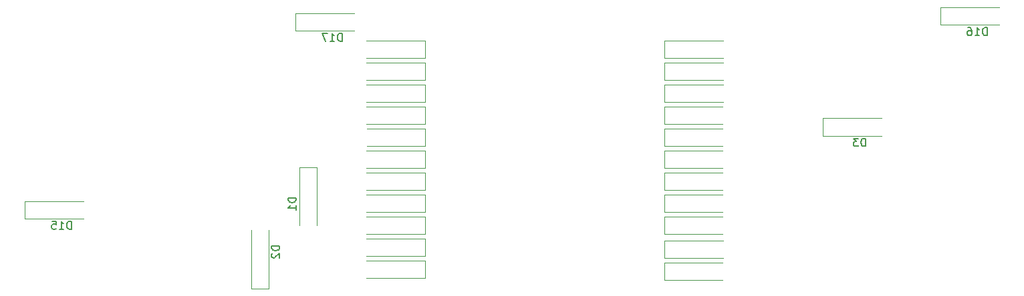
<source format=gbr>
%TF.GenerationSoftware,KiCad,Pcbnew,8.0.5*%
%TF.CreationDate,2024-09-28T10:39:20+08:00*%
%TF.ProjectId,ColecoVisionController,436f6c65-636f-4566-9973-696f6e436f6e,rev?*%
%TF.SameCoordinates,Original*%
%TF.FileFunction,Legend,Bot*%
%TF.FilePolarity,Positive*%
%FSLAX46Y46*%
G04 Gerber Fmt 4.6, Leading zero omitted, Abs format (unit mm)*
G04 Created by KiCad (PCBNEW 8.0.5) date 2024-09-28 10:39:20*
%MOMM*%
%LPD*%
G01*
G04 APERTURE LIST*
%ADD10C,0.150000*%
%ADD11C,0.120000*%
G04 APERTURE END LIST*
D10*
X81986285Y-118786819D02*
X81986285Y-117786819D01*
X81986285Y-117786819D02*
X81748190Y-117786819D01*
X81748190Y-117786819D02*
X81605333Y-117834438D01*
X81605333Y-117834438D02*
X81510095Y-117929676D01*
X81510095Y-117929676D02*
X81462476Y-118024914D01*
X81462476Y-118024914D02*
X81414857Y-118215390D01*
X81414857Y-118215390D02*
X81414857Y-118358247D01*
X81414857Y-118358247D02*
X81462476Y-118548723D01*
X81462476Y-118548723D02*
X81510095Y-118643961D01*
X81510095Y-118643961D02*
X81605333Y-118739200D01*
X81605333Y-118739200D02*
X81748190Y-118786819D01*
X81748190Y-118786819D02*
X81986285Y-118786819D01*
X80462476Y-118786819D02*
X81033904Y-118786819D01*
X80748190Y-118786819D02*
X80748190Y-117786819D01*
X80748190Y-117786819D02*
X80843428Y-117929676D01*
X80843428Y-117929676D02*
X80938666Y-118024914D01*
X80938666Y-118024914D02*
X81033904Y-118072533D01*
X79557714Y-117786819D02*
X80033904Y-117786819D01*
X80033904Y-117786819D02*
X80081523Y-118263009D01*
X80081523Y-118263009D02*
X80033904Y-118215390D01*
X80033904Y-118215390D02*
X79938666Y-118167771D01*
X79938666Y-118167771D02*
X79700571Y-118167771D01*
X79700571Y-118167771D02*
X79605333Y-118215390D01*
X79605333Y-118215390D02*
X79557714Y-118263009D01*
X79557714Y-118263009D02*
X79510095Y-118358247D01*
X79510095Y-118358247D02*
X79510095Y-118596342D01*
X79510095Y-118596342D02*
X79557714Y-118691580D01*
X79557714Y-118691580D02*
X79605333Y-118739200D01*
X79605333Y-118739200D02*
X79700571Y-118786819D01*
X79700571Y-118786819D02*
X79938666Y-118786819D01*
X79938666Y-118786819D02*
X80033904Y-118739200D01*
X80033904Y-118739200D02*
X80081523Y-118691580D01*
X110468819Y-114831905D02*
X109468819Y-114831905D01*
X109468819Y-114831905D02*
X109468819Y-115070000D01*
X109468819Y-115070000D02*
X109516438Y-115212857D01*
X109516438Y-115212857D02*
X109611676Y-115308095D01*
X109611676Y-115308095D02*
X109706914Y-115355714D01*
X109706914Y-115355714D02*
X109897390Y-115403333D01*
X109897390Y-115403333D02*
X110040247Y-115403333D01*
X110040247Y-115403333D02*
X110230723Y-115355714D01*
X110230723Y-115355714D02*
X110325961Y-115308095D01*
X110325961Y-115308095D02*
X110421200Y-115212857D01*
X110421200Y-115212857D02*
X110468819Y-115070000D01*
X110468819Y-115070000D02*
X110468819Y-114831905D01*
X110468819Y-116355714D02*
X110468819Y-115784286D01*
X110468819Y-116070000D02*
X109468819Y-116070000D01*
X109468819Y-116070000D02*
X109611676Y-115974762D01*
X109611676Y-115974762D02*
X109706914Y-115879524D01*
X109706914Y-115879524D02*
X109754533Y-115784286D01*
X108372819Y-120927905D02*
X107372819Y-120927905D01*
X107372819Y-120927905D02*
X107372819Y-121166000D01*
X107372819Y-121166000D02*
X107420438Y-121308857D01*
X107420438Y-121308857D02*
X107515676Y-121404095D01*
X107515676Y-121404095D02*
X107610914Y-121451714D01*
X107610914Y-121451714D02*
X107801390Y-121499333D01*
X107801390Y-121499333D02*
X107944247Y-121499333D01*
X107944247Y-121499333D02*
X108134723Y-121451714D01*
X108134723Y-121451714D02*
X108229961Y-121404095D01*
X108229961Y-121404095D02*
X108325200Y-121308857D01*
X108325200Y-121308857D02*
X108372819Y-121166000D01*
X108372819Y-121166000D02*
X108372819Y-120927905D01*
X107468057Y-121880286D02*
X107420438Y-121927905D01*
X107420438Y-121927905D02*
X107372819Y-122023143D01*
X107372819Y-122023143D02*
X107372819Y-122261238D01*
X107372819Y-122261238D02*
X107420438Y-122356476D01*
X107420438Y-122356476D02*
X107468057Y-122404095D01*
X107468057Y-122404095D02*
X107563295Y-122451714D01*
X107563295Y-122451714D02*
X107658533Y-122451714D01*
X107658533Y-122451714D02*
X107801390Y-122404095D01*
X107801390Y-122404095D02*
X108372819Y-121832667D01*
X108372819Y-121832667D02*
X108372819Y-122451714D01*
X182592094Y-108272819D02*
X182592094Y-107272819D01*
X182592094Y-107272819D02*
X182353999Y-107272819D01*
X182353999Y-107272819D02*
X182211142Y-107320438D01*
X182211142Y-107320438D02*
X182115904Y-107415676D01*
X182115904Y-107415676D02*
X182068285Y-107510914D01*
X182068285Y-107510914D02*
X182020666Y-107701390D01*
X182020666Y-107701390D02*
X182020666Y-107844247D01*
X182020666Y-107844247D02*
X182068285Y-108034723D01*
X182068285Y-108034723D02*
X182115904Y-108129961D01*
X182115904Y-108129961D02*
X182211142Y-108225200D01*
X182211142Y-108225200D02*
X182353999Y-108272819D01*
X182353999Y-108272819D02*
X182592094Y-108272819D01*
X181687332Y-107272819D02*
X181068285Y-107272819D01*
X181068285Y-107272819D02*
X181401618Y-107653771D01*
X181401618Y-107653771D02*
X181258761Y-107653771D01*
X181258761Y-107653771D02*
X181163523Y-107701390D01*
X181163523Y-107701390D02*
X181115904Y-107749009D01*
X181115904Y-107749009D02*
X181068285Y-107844247D01*
X181068285Y-107844247D02*
X181068285Y-108082342D01*
X181068285Y-108082342D02*
X181115904Y-108177580D01*
X181115904Y-108177580D02*
X181163523Y-108225200D01*
X181163523Y-108225200D02*
X181258761Y-108272819D01*
X181258761Y-108272819D02*
X181544475Y-108272819D01*
X181544475Y-108272819D02*
X181639713Y-108225200D01*
X181639713Y-108225200D02*
X181687332Y-108177580D01*
X197977585Y-94192819D02*
X197977585Y-93192819D01*
X197977585Y-93192819D02*
X197739490Y-93192819D01*
X197739490Y-93192819D02*
X197596633Y-93240438D01*
X197596633Y-93240438D02*
X197501395Y-93335676D01*
X197501395Y-93335676D02*
X197453776Y-93430914D01*
X197453776Y-93430914D02*
X197406157Y-93621390D01*
X197406157Y-93621390D02*
X197406157Y-93764247D01*
X197406157Y-93764247D02*
X197453776Y-93954723D01*
X197453776Y-93954723D02*
X197501395Y-94049961D01*
X197501395Y-94049961D02*
X197596633Y-94145200D01*
X197596633Y-94145200D02*
X197739490Y-94192819D01*
X197739490Y-94192819D02*
X197977585Y-94192819D01*
X196453776Y-94192819D02*
X197025204Y-94192819D01*
X196739490Y-94192819D02*
X196739490Y-93192819D01*
X196739490Y-93192819D02*
X196834728Y-93335676D01*
X196834728Y-93335676D02*
X196929966Y-93430914D01*
X196929966Y-93430914D02*
X197025204Y-93478533D01*
X195596633Y-93192819D02*
X195787109Y-93192819D01*
X195787109Y-93192819D02*
X195882347Y-93240438D01*
X195882347Y-93240438D02*
X195929966Y-93288057D01*
X195929966Y-93288057D02*
X196025204Y-93430914D01*
X196025204Y-93430914D02*
X196072823Y-93621390D01*
X196072823Y-93621390D02*
X196072823Y-94002342D01*
X196072823Y-94002342D02*
X196025204Y-94097580D01*
X196025204Y-94097580D02*
X195977585Y-94145200D01*
X195977585Y-94145200D02*
X195882347Y-94192819D01*
X195882347Y-94192819D02*
X195691871Y-94192819D01*
X195691871Y-94192819D02*
X195596633Y-94145200D01*
X195596633Y-94145200D02*
X195549014Y-94097580D01*
X195549014Y-94097580D02*
X195501395Y-94002342D01*
X195501395Y-94002342D02*
X195501395Y-93764247D01*
X195501395Y-93764247D02*
X195549014Y-93669009D01*
X195549014Y-93669009D02*
X195596633Y-93621390D01*
X195596633Y-93621390D02*
X195691871Y-93573771D01*
X195691871Y-93573771D02*
X195882347Y-93573771D01*
X195882347Y-93573771D02*
X195977585Y-93621390D01*
X195977585Y-93621390D02*
X196025204Y-93669009D01*
X196025204Y-93669009D02*
X196072823Y-93764247D01*
X116276285Y-94910819D02*
X116276285Y-93910819D01*
X116276285Y-93910819D02*
X116038190Y-93910819D01*
X116038190Y-93910819D02*
X115895333Y-93958438D01*
X115895333Y-93958438D02*
X115800095Y-94053676D01*
X115800095Y-94053676D02*
X115752476Y-94148914D01*
X115752476Y-94148914D02*
X115704857Y-94339390D01*
X115704857Y-94339390D02*
X115704857Y-94482247D01*
X115704857Y-94482247D02*
X115752476Y-94672723D01*
X115752476Y-94672723D02*
X115800095Y-94767961D01*
X115800095Y-94767961D02*
X115895333Y-94863200D01*
X115895333Y-94863200D02*
X116038190Y-94910819D01*
X116038190Y-94910819D02*
X116276285Y-94910819D01*
X114752476Y-94910819D02*
X115323904Y-94910819D01*
X115038190Y-94910819D02*
X115038190Y-93910819D01*
X115038190Y-93910819D02*
X115133428Y-94053676D01*
X115133428Y-94053676D02*
X115228666Y-94148914D01*
X115228666Y-94148914D02*
X115323904Y-94196533D01*
X114419142Y-93910819D02*
X113752476Y-93910819D01*
X113752476Y-93910819D02*
X114181047Y-94910819D01*
D11*
%TO.C,D26*%
X157130000Y-94866000D02*
X157130000Y-97086000D01*
X157130000Y-97086000D02*
X164540000Y-97086000D01*
X164540000Y-94866000D02*
X157130000Y-94866000D01*
%TO.C,D15*%
X76112000Y-115222000D02*
X76112000Y-117442000D01*
X76112000Y-117442000D02*
X83522000Y-117442000D01*
X83522000Y-115222000D02*
X76112000Y-115222000D01*
%TO.C,D4*%
X119372000Y-97086000D02*
X126782000Y-97086000D01*
X126782000Y-94866000D02*
X119372000Y-94866000D01*
X126782000Y-97086000D02*
X126782000Y-94866000D01*
%TO.C,D18*%
X119372000Y-99880000D02*
X126782000Y-99880000D01*
X126782000Y-97660000D02*
X119372000Y-97660000D01*
X126782000Y-99880000D02*
X126782000Y-97660000D01*
%TO.C,D9*%
X157130000Y-100454000D02*
X157130000Y-102674000D01*
X157130000Y-102674000D02*
X164540000Y-102674000D01*
X164540000Y-100454000D02*
X157130000Y-100454000D01*
%TO.C,D13*%
X157130000Y-97660000D02*
X157130000Y-99880000D01*
X157130000Y-99880000D02*
X164540000Y-99880000D01*
X164540000Y-97660000D02*
X157130000Y-97660000D01*
%TO.C,D8*%
X157086000Y-108836000D02*
X157086000Y-111056000D01*
X157086000Y-111056000D02*
X164496000Y-111056000D01*
X164496000Y-108836000D02*
X157086000Y-108836000D01*
%TO.C,D28*%
X157086000Y-117218000D02*
X157086000Y-119438000D01*
X157086000Y-119438000D02*
X164496000Y-119438000D01*
X164496000Y-117218000D02*
X157086000Y-117218000D01*
%TO.C,D6*%
X119372000Y-113850000D02*
X126782000Y-113850000D01*
X126782000Y-111630000D02*
X119372000Y-111630000D01*
X126782000Y-113850000D02*
X126782000Y-111630000D01*
%TO.C,D12*%
X157086000Y-103248000D02*
X157086000Y-105468000D01*
X157086000Y-105468000D02*
X164496000Y-105468000D01*
X164496000Y-103248000D02*
X157086000Y-103248000D01*
%TO.C,D24*%
X119372000Y-119438000D02*
X126782000Y-119438000D01*
X126782000Y-117218000D02*
X119372000Y-117218000D01*
X126782000Y-119438000D02*
X126782000Y-117218000D01*
%TO.C,D7*%
X119372000Y-116644000D02*
X126782000Y-116644000D01*
X126782000Y-114424000D02*
X119372000Y-114424000D01*
X126782000Y-116644000D02*
X126782000Y-114424000D01*
%TO.C,D1*%
X110904000Y-110910000D02*
X110904000Y-118320000D01*
X113124000Y-110910000D02*
X110904000Y-110910000D01*
X113124000Y-118320000D02*
X113124000Y-110910000D01*
%TO.C,D5*%
X119372000Y-102674000D02*
X126782000Y-102674000D01*
X126782000Y-100454000D02*
X119372000Y-100454000D01*
X126782000Y-102674000D02*
X126782000Y-100454000D01*
%TO.C,D2*%
X104808000Y-118916000D02*
X104808000Y-126326000D01*
X104808000Y-126326000D02*
X107028000Y-126326000D01*
X107028000Y-126326000D02*
X107028000Y-118916000D01*
%TO.C,D27*%
X157086000Y-106042000D02*
X157086000Y-108262000D01*
X157086000Y-108262000D02*
X164496000Y-108262000D01*
X164496000Y-106042000D02*
X157086000Y-106042000D01*
%TO.C,D21*%
X119372000Y-125026000D02*
X126782000Y-125026000D01*
X126782000Y-122806000D02*
X119372000Y-122806000D01*
X126782000Y-125026000D02*
X126782000Y-122806000D01*
%TO.C,D23*%
X119372000Y-111056000D02*
X126782000Y-111056000D01*
X126782000Y-108836000D02*
X119372000Y-108836000D01*
X126782000Y-111056000D02*
X126782000Y-108836000D01*
%TO.C,D19*%
X119372000Y-105468000D02*
X126782000Y-105468000D01*
X126782000Y-103248000D02*
X119372000Y-103248000D01*
X126782000Y-105468000D02*
X126782000Y-103248000D01*
%TO.C,D20*%
X119416000Y-108262000D02*
X126826000Y-108262000D01*
X126826000Y-106042000D02*
X119416000Y-106042000D01*
X126826000Y-108262000D02*
X126826000Y-106042000D01*
%TO.C,D3*%
X177194000Y-104708000D02*
X177194000Y-106928000D01*
X177194000Y-106928000D02*
X184604000Y-106928000D01*
X184604000Y-104708000D02*
X177194000Y-104708000D01*
%TO.C,D14*%
X157130000Y-120266000D02*
X157130000Y-122486000D01*
X157130000Y-122486000D02*
X164540000Y-122486000D01*
X164540000Y-120266000D02*
X157130000Y-120266000D01*
%TO.C,D10*%
X157085000Y-114424000D02*
X157085000Y-116644000D01*
X157085000Y-116644000D02*
X164495000Y-116644000D01*
X164495000Y-114424000D02*
X157085000Y-114424000D01*
%TO.C,D25*%
X157086000Y-123060000D02*
X157086000Y-125280000D01*
X157086000Y-125280000D02*
X164496000Y-125280000D01*
X164496000Y-123060000D02*
X157086000Y-123060000D01*
%TO.C,D16*%
X192103300Y-90628000D02*
X192103300Y-92848000D01*
X192103300Y-92848000D02*
X199513300Y-92848000D01*
X199513300Y-90628000D02*
X192103300Y-90628000D01*
%TO.C,D17*%
X110402000Y-91346000D02*
X110402000Y-93566000D01*
X110402000Y-93566000D02*
X117812000Y-93566000D01*
X117812000Y-91346000D02*
X110402000Y-91346000D01*
%TO.C,D22*%
X157086000Y-111630000D02*
X157086000Y-113850000D01*
X157086000Y-113850000D02*
X164496000Y-113850000D01*
X164496000Y-111630000D02*
X157086000Y-111630000D01*
%TO.C,D11*%
X119372000Y-122232000D02*
X126782000Y-122232000D01*
X126782000Y-120012000D02*
X119372000Y-120012000D01*
X126782000Y-122232000D02*
X126782000Y-120012000D01*
%TD*%
M02*

</source>
